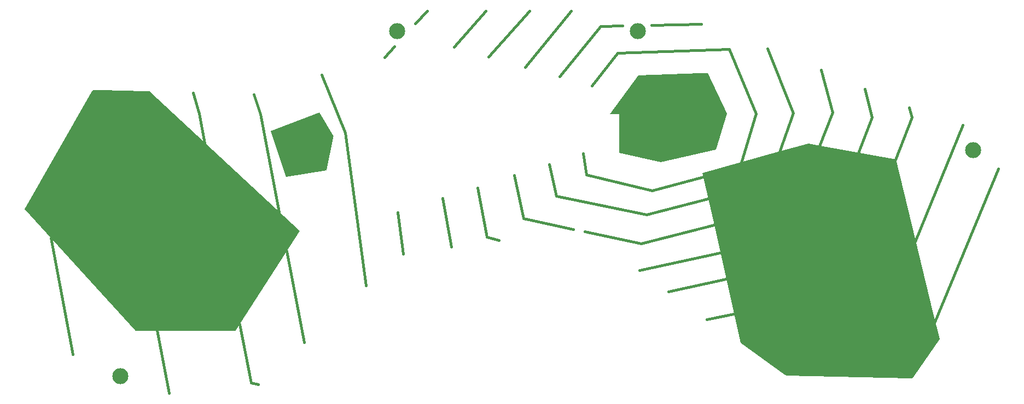
<source format=gbr>
G04 EAGLE Gerber RS-274X export*
G75*
%MOMM*%
%FSLAX34Y34*%
%LPD*%
%INSoldermask Top*%
%IPPOS*%
%AMOC8*
5,1,8,0,0,1.08239X$1,22.5*%
G01*
%ADD10C,0.400000*%
%ADD11C,2.489200*%
%ADD12C,4.241800*%

G36*
X1392013Y29408D02*
X1392013Y29408D01*
X1392015Y29407D01*
X1394722Y31126D01*
X1394722Y31128D01*
X1394723Y31128D01*
X1395896Y32961D01*
X1435090Y90181D01*
X1435090Y90183D01*
X1435091Y90183D01*
X1435090Y90184D01*
X1435091Y90185D01*
X1424595Y133247D01*
X1397977Y242625D01*
X1367181Y369168D01*
X1367178Y369170D01*
X1367177Y369172D01*
X1249923Y390147D01*
X1232298Y393299D01*
X1232297Y393299D01*
X1232296Y393299D01*
X1187988Y381037D01*
X1068226Y347893D01*
X1068223Y347889D01*
X1068222Y347887D01*
X1077090Y308154D01*
X1086195Y267355D01*
X1116934Y129626D01*
X1126995Y84547D01*
X1126997Y84546D01*
X1126997Y84544D01*
X1195124Y35323D01*
X1196658Y34454D01*
X1196792Y34320D01*
X1196794Y34320D01*
X1196795Y34318D01*
X1199394Y33876D01*
X1199395Y33876D01*
X1389436Y29642D01*
X1392012Y29406D01*
X1392013Y29408D01*
G37*
G36*
X345978Y103326D02*
X345978Y103326D01*
X345980Y103326D01*
X444821Y257831D01*
X444821Y257837D01*
X211719Y474165D01*
X211437Y474412D01*
X211435Y474412D01*
X211434Y474413D01*
X211384Y474415D01*
X211383Y474415D01*
X211187Y474420D01*
X211186Y474420D01*
X210990Y474425D01*
X210989Y474425D01*
X210793Y474430D01*
X210792Y474430D01*
X210596Y474435D01*
X210595Y474435D01*
X210399Y474440D01*
X210398Y474440D01*
X210202Y474445D01*
X210201Y474445D01*
X210005Y474450D01*
X210004Y474450D01*
X209808Y474454D01*
X209808Y474455D01*
X209807Y474455D01*
X209611Y474459D01*
X209610Y474459D01*
X209414Y474464D01*
X209413Y474464D01*
X209217Y474469D01*
X209215Y474469D01*
X209020Y474474D01*
X209018Y474474D01*
X208822Y474479D01*
X208821Y474479D01*
X208625Y474484D01*
X208624Y474484D01*
X208428Y474489D01*
X208427Y474489D01*
X208231Y474494D01*
X208230Y474494D01*
X208034Y474499D01*
X208033Y474499D01*
X207837Y474504D01*
X207836Y474504D01*
X207640Y474509D01*
X207639Y474509D01*
X207443Y474514D01*
X207442Y474514D01*
X207246Y474519D01*
X207245Y474519D01*
X207049Y474524D01*
X207048Y474524D01*
X206852Y474529D01*
X206851Y474529D01*
X206655Y474534D01*
X206654Y474534D01*
X206458Y474539D01*
X206457Y474539D01*
X206261Y474544D01*
X206259Y474544D01*
X206064Y474549D01*
X206062Y474549D01*
X205867Y474554D01*
X205866Y474554D01*
X205865Y474554D01*
X205669Y474559D01*
X205668Y474559D01*
X205472Y474564D01*
X205471Y474564D01*
X205275Y474569D01*
X205274Y474569D01*
X205078Y474574D01*
X205077Y474574D01*
X204881Y474579D01*
X204880Y474579D01*
X204684Y474584D01*
X204683Y474584D01*
X204487Y474589D01*
X204486Y474589D01*
X204290Y474594D01*
X204289Y474594D01*
X204093Y474599D01*
X204092Y474599D01*
X203896Y474604D01*
X203895Y474604D01*
X203699Y474609D01*
X203698Y474609D01*
X203502Y474613D01*
X203502Y474614D01*
X203501Y474614D01*
X203305Y474618D01*
X203304Y474618D01*
X203108Y474623D01*
X203106Y474623D01*
X202911Y474628D01*
X202909Y474628D01*
X202714Y474633D01*
X202713Y474633D01*
X202712Y474633D01*
X202516Y474638D01*
X202515Y474638D01*
X202319Y474643D01*
X202318Y474643D01*
X202122Y474648D01*
X202121Y474648D01*
X201925Y474653D01*
X201924Y474653D01*
X201728Y474658D01*
X201727Y474658D01*
X201531Y474663D01*
X201530Y474663D01*
X201334Y474668D01*
X201333Y474668D01*
X201137Y474673D01*
X201136Y474673D01*
X200940Y474678D01*
X200939Y474678D01*
X200743Y474683D01*
X200742Y474683D01*
X200546Y474688D01*
X200545Y474688D01*
X200349Y474693D01*
X200348Y474693D01*
X200152Y474698D01*
X200151Y474698D01*
X199955Y474703D01*
X199953Y474703D01*
X199758Y474708D01*
X199756Y474708D01*
X199560Y474713D01*
X199559Y474713D01*
X199363Y474718D01*
X199362Y474718D01*
X199166Y474723D01*
X199165Y474723D01*
X198969Y474728D01*
X198968Y474728D01*
X198772Y474733D01*
X198771Y474733D01*
X198575Y474738D01*
X198574Y474738D01*
X198378Y474743D01*
X198377Y474743D01*
X198181Y474748D01*
X198180Y474748D01*
X197984Y474753D01*
X197983Y474753D01*
X197787Y474758D01*
X197786Y474758D01*
X197590Y474763D01*
X197589Y474763D01*
X197393Y474768D01*
X197392Y474768D01*
X197196Y474772D01*
X197196Y474773D01*
X197195Y474773D01*
X196999Y474777D01*
X196997Y474777D01*
X196802Y474782D01*
X196800Y474782D01*
X196605Y474787D01*
X196604Y474787D01*
X196603Y474787D01*
X196407Y474792D01*
X196406Y474792D01*
X196210Y474797D01*
X196209Y474797D01*
X196013Y474802D01*
X196012Y474802D01*
X195816Y474807D01*
X195815Y474807D01*
X195619Y474812D01*
X195618Y474812D01*
X195422Y474817D01*
X195421Y474817D01*
X195225Y474822D01*
X195224Y474822D01*
X195028Y474827D01*
X195027Y474827D01*
X194831Y474832D01*
X194830Y474832D01*
X194634Y474837D01*
X194633Y474837D01*
X194437Y474842D01*
X194436Y474842D01*
X194240Y474847D01*
X194239Y474847D01*
X194043Y474852D01*
X194042Y474852D01*
X193846Y474857D01*
X193844Y474857D01*
X193649Y474862D01*
X193647Y474862D01*
X193451Y474867D01*
X193450Y474867D01*
X193254Y474872D01*
X193253Y474872D01*
X193057Y474877D01*
X193056Y474877D01*
X192860Y474882D01*
X192859Y474882D01*
X192663Y474887D01*
X192662Y474887D01*
X192466Y474892D01*
X192465Y474892D01*
X192269Y474897D01*
X192268Y474897D01*
X192072Y474902D01*
X192071Y474902D01*
X191875Y474907D01*
X191874Y474907D01*
X191678Y474912D01*
X191677Y474912D01*
X191481Y474917D01*
X191480Y474917D01*
X191284Y474922D01*
X191283Y474922D01*
X191087Y474927D01*
X191086Y474927D01*
X190890Y474931D01*
X190890Y474932D01*
X190888Y474932D01*
X190693Y474936D01*
X190691Y474936D01*
X190496Y474941D01*
X190495Y474941D01*
X190494Y474941D01*
X190298Y474946D01*
X190297Y474946D01*
X190101Y474951D01*
X190100Y474951D01*
X189904Y474956D01*
X189903Y474956D01*
X189707Y474961D01*
X189706Y474961D01*
X189510Y474966D01*
X189509Y474966D01*
X189313Y474971D01*
X189312Y474971D01*
X189116Y474976D01*
X189115Y474976D01*
X188919Y474981D01*
X188918Y474981D01*
X188722Y474986D01*
X188721Y474986D01*
X188525Y474991D01*
X188524Y474991D01*
X188328Y474996D01*
X188327Y474996D01*
X188131Y475001D01*
X188130Y475001D01*
X187934Y475006D01*
X187933Y475006D01*
X187737Y475011D01*
X187735Y475011D01*
X187540Y475016D01*
X187538Y475016D01*
X187342Y475021D01*
X187341Y475021D01*
X187145Y475026D01*
X187144Y475026D01*
X186948Y475031D01*
X186947Y475031D01*
X186751Y475036D01*
X186750Y475036D01*
X186554Y475041D01*
X186553Y475041D01*
X186357Y475046D01*
X186356Y475046D01*
X186160Y475051D01*
X186159Y475051D01*
X185963Y475056D01*
X185962Y475056D01*
X185766Y475061D01*
X185765Y475061D01*
X185569Y475066D01*
X185568Y475066D01*
X185372Y475071D01*
X185371Y475071D01*
X185175Y475076D01*
X185174Y475076D01*
X184978Y475081D01*
X184977Y475081D01*
X184781Y475086D01*
X184779Y475086D01*
X184584Y475090D01*
X184584Y475091D01*
X184582Y475091D01*
X184387Y475095D01*
X184386Y475095D01*
X184385Y475095D01*
X184189Y475100D01*
X184188Y475100D01*
X183992Y475105D01*
X183991Y475105D01*
X183795Y475110D01*
X183794Y475110D01*
X183598Y475115D01*
X183597Y475115D01*
X183401Y475120D01*
X183400Y475120D01*
X183204Y475125D01*
X183203Y475125D01*
X183007Y475130D01*
X183006Y475130D01*
X182810Y475135D01*
X182809Y475135D01*
X182613Y475140D01*
X182612Y475140D01*
X182416Y475145D01*
X182415Y475145D01*
X182219Y475150D01*
X182218Y475150D01*
X182022Y475155D01*
X182021Y475155D01*
X181825Y475160D01*
X181824Y475160D01*
X181628Y475165D01*
X181626Y475165D01*
X181431Y475170D01*
X181429Y475170D01*
X181233Y475175D01*
X181232Y475175D01*
X181036Y475180D01*
X181035Y475180D01*
X180839Y475185D01*
X180838Y475185D01*
X180642Y475190D01*
X180641Y475190D01*
X180445Y475195D01*
X180444Y475195D01*
X180248Y475200D01*
X180247Y475200D01*
X180051Y475205D01*
X180050Y475205D01*
X179854Y475210D01*
X179853Y475210D01*
X179657Y475215D01*
X179656Y475215D01*
X179460Y475220D01*
X179459Y475220D01*
X179263Y475225D01*
X179262Y475225D01*
X179066Y475230D01*
X179065Y475230D01*
X178869Y475235D01*
X178868Y475235D01*
X178672Y475240D01*
X178671Y475240D01*
X178475Y475245D01*
X178473Y475245D01*
X178278Y475249D01*
X178278Y475250D01*
X178276Y475250D01*
X178080Y475254D01*
X178079Y475254D01*
X177883Y475259D01*
X177882Y475259D01*
X177686Y475264D01*
X177685Y475264D01*
X177489Y475269D01*
X177488Y475269D01*
X177292Y475274D01*
X177291Y475274D01*
X177095Y475279D01*
X177094Y475279D01*
X176898Y475284D01*
X176897Y475284D01*
X176701Y475289D01*
X176700Y475289D01*
X176504Y475294D01*
X176503Y475294D01*
X176307Y475299D01*
X176306Y475299D01*
X176110Y475304D01*
X176109Y475304D01*
X175913Y475309D01*
X175912Y475309D01*
X175716Y475314D01*
X175715Y475314D01*
X175519Y475319D01*
X175517Y475319D01*
X175322Y475324D01*
X175320Y475324D01*
X175125Y475329D01*
X175124Y475329D01*
X175123Y475329D01*
X174927Y475334D01*
X174926Y475334D01*
X174730Y475339D01*
X174729Y475339D01*
X174533Y475344D01*
X174532Y475344D01*
X174336Y475349D01*
X174335Y475349D01*
X174139Y475354D01*
X174138Y475354D01*
X173942Y475359D01*
X173941Y475359D01*
X173745Y475364D01*
X173744Y475364D01*
X173548Y475369D01*
X173547Y475369D01*
X173351Y475374D01*
X173350Y475374D01*
X173154Y475379D01*
X173153Y475379D01*
X172957Y475384D01*
X172956Y475384D01*
X172760Y475389D01*
X172759Y475389D01*
X172563Y475394D01*
X172562Y475394D01*
X172366Y475399D01*
X172364Y475399D01*
X172169Y475404D01*
X172167Y475404D01*
X171971Y475408D01*
X171971Y475409D01*
X171970Y475409D01*
X171774Y475413D01*
X171773Y475413D01*
X171577Y475418D01*
X171576Y475418D01*
X171380Y475423D01*
X171379Y475423D01*
X171183Y475428D01*
X171182Y475428D01*
X170986Y475433D01*
X170985Y475433D01*
X170789Y475438D01*
X170788Y475438D01*
X170592Y475443D01*
X170591Y475443D01*
X170395Y475448D01*
X170394Y475448D01*
X170198Y475453D01*
X170197Y475453D01*
X170001Y475458D01*
X170000Y475458D01*
X169804Y475463D01*
X169803Y475463D01*
X169607Y475468D01*
X169606Y475468D01*
X169410Y475473D01*
X169408Y475473D01*
X169213Y475478D01*
X169211Y475478D01*
X169016Y475483D01*
X169015Y475483D01*
X169014Y475483D01*
X168818Y475488D01*
X168817Y475488D01*
X168621Y475493D01*
X168620Y475493D01*
X168424Y475498D01*
X168423Y475498D01*
X168227Y475503D01*
X168226Y475503D01*
X168030Y475508D01*
X168029Y475508D01*
X167833Y475513D01*
X167832Y475513D01*
X167636Y475518D01*
X167635Y475518D01*
X167439Y475523D01*
X167438Y475523D01*
X167242Y475528D01*
X167241Y475528D01*
X167045Y475533D01*
X167044Y475533D01*
X166848Y475538D01*
X166847Y475538D01*
X166651Y475543D01*
X166650Y475543D01*
X166454Y475548D01*
X166453Y475548D01*
X166257Y475553D01*
X166255Y475553D01*
X166060Y475558D01*
X166058Y475558D01*
X165862Y475563D01*
X165861Y475563D01*
X165665Y475567D01*
X165665Y475568D01*
X165664Y475568D01*
X165468Y475572D01*
X165467Y475572D01*
X165271Y475577D01*
X165270Y475577D01*
X165074Y475582D01*
X165073Y475582D01*
X164877Y475587D01*
X164876Y475587D01*
X164680Y475592D01*
X164679Y475592D01*
X164483Y475597D01*
X164482Y475597D01*
X164286Y475602D01*
X164285Y475602D01*
X164089Y475607D01*
X164088Y475607D01*
X163892Y475612D01*
X163891Y475612D01*
X163695Y475617D01*
X163694Y475617D01*
X163498Y475622D01*
X163497Y475622D01*
X163301Y475627D01*
X163299Y475627D01*
X163104Y475632D01*
X163102Y475632D01*
X162907Y475637D01*
X162906Y475637D01*
X162905Y475637D01*
X162709Y475642D01*
X162708Y475642D01*
X162512Y475647D01*
X162511Y475647D01*
X162315Y475652D01*
X162314Y475652D01*
X162118Y475657D01*
X162117Y475657D01*
X161921Y475662D01*
X161920Y475662D01*
X161724Y475667D01*
X161723Y475667D01*
X161527Y475672D01*
X161526Y475672D01*
X161330Y475677D01*
X161329Y475677D01*
X161133Y475682D01*
X161132Y475682D01*
X160936Y475687D01*
X160935Y475687D01*
X160739Y475692D01*
X160738Y475692D01*
X160542Y475697D01*
X160541Y475697D01*
X160345Y475702D01*
X160344Y475702D01*
X160148Y475707D01*
X160146Y475707D01*
X159951Y475712D01*
X159949Y475712D01*
X159753Y475717D01*
X159752Y475717D01*
X159556Y475722D01*
X159555Y475722D01*
X159359Y475726D01*
X159359Y475727D01*
X159358Y475727D01*
X159162Y475731D01*
X159161Y475731D01*
X158965Y475736D01*
X158964Y475736D01*
X158768Y475741D01*
X158767Y475741D01*
X158571Y475746D01*
X158570Y475746D01*
X158374Y475751D01*
X158373Y475751D01*
X158177Y475756D01*
X158176Y475756D01*
X157980Y475761D01*
X157979Y475761D01*
X157783Y475766D01*
X157782Y475766D01*
X157586Y475771D01*
X157585Y475771D01*
X157389Y475776D01*
X157388Y475776D01*
X157192Y475781D01*
X157190Y475781D01*
X156995Y475786D01*
X156993Y475786D01*
X156798Y475791D01*
X156797Y475791D01*
X156796Y475791D01*
X156600Y475796D01*
X156599Y475796D01*
X156403Y475801D01*
X156402Y475801D01*
X156206Y475806D01*
X156205Y475806D01*
X156009Y475811D01*
X156008Y475811D01*
X155812Y475816D01*
X155811Y475816D01*
X155615Y475821D01*
X155614Y475821D01*
X155418Y475826D01*
X155417Y475826D01*
X155221Y475831D01*
X155220Y475831D01*
X155024Y475836D01*
X155023Y475836D01*
X154827Y475841D01*
X154826Y475841D01*
X154630Y475846D01*
X154629Y475846D01*
X154433Y475851D01*
X154432Y475851D01*
X154236Y475856D01*
X154235Y475856D01*
X154039Y475861D01*
X154037Y475861D01*
X153842Y475866D01*
X153840Y475866D01*
X153645Y475871D01*
X153644Y475871D01*
X153643Y475871D01*
X153447Y475876D01*
X153446Y475876D01*
X153250Y475881D01*
X153249Y475881D01*
X153053Y475885D01*
X153053Y475886D01*
X153052Y475886D01*
X152856Y475890D01*
X152855Y475890D01*
X152659Y475895D01*
X152658Y475895D01*
X152462Y475900D01*
X152461Y475900D01*
X152265Y475905D01*
X152264Y475905D01*
X152068Y475910D01*
X152067Y475910D01*
X151871Y475915D01*
X151870Y475915D01*
X151674Y475920D01*
X151673Y475920D01*
X151477Y475925D01*
X151476Y475925D01*
X151280Y475930D01*
X151279Y475930D01*
X151083Y475935D01*
X151082Y475935D01*
X150886Y475940D01*
X150884Y475940D01*
X150689Y475945D01*
X150687Y475945D01*
X150491Y475950D01*
X150490Y475950D01*
X150294Y475955D01*
X150293Y475955D01*
X150097Y475960D01*
X150096Y475960D01*
X149900Y475965D01*
X149899Y475965D01*
X149703Y475970D01*
X149702Y475970D01*
X149506Y475975D01*
X149505Y475975D01*
X149309Y475980D01*
X149308Y475980D01*
X149112Y475985D01*
X149111Y475985D01*
X148915Y475990D01*
X148914Y475990D01*
X148718Y475995D01*
X148717Y475995D01*
X148521Y476000D01*
X148520Y476000D01*
X148324Y476005D01*
X148323Y476005D01*
X148127Y476010D01*
X148126Y476010D01*
X147930Y476015D01*
X147928Y476015D01*
X147733Y476020D01*
X147731Y476020D01*
X147536Y476025D01*
X147535Y476025D01*
X147534Y476025D01*
X147338Y476030D01*
X147337Y476030D01*
X147141Y476035D01*
X147140Y476035D01*
X146944Y476040D01*
X146943Y476040D01*
X146747Y476044D01*
X146747Y476045D01*
X146746Y476045D01*
X146550Y476049D01*
X146549Y476049D01*
X146353Y476054D01*
X146352Y476054D01*
X146156Y476059D01*
X146155Y476059D01*
X145959Y476064D01*
X145958Y476064D01*
X145762Y476069D01*
X145761Y476069D01*
X145565Y476074D01*
X145564Y476074D01*
X145368Y476079D01*
X145367Y476079D01*
X145171Y476084D01*
X145170Y476084D01*
X144974Y476089D01*
X144973Y476089D01*
X144777Y476094D01*
X144775Y476094D01*
X144580Y476099D01*
X144578Y476099D01*
X144382Y476104D01*
X144381Y476104D01*
X144185Y476109D01*
X144184Y476109D01*
X143988Y476114D01*
X143987Y476114D01*
X143791Y476119D01*
X143790Y476119D01*
X143594Y476124D01*
X143593Y476124D01*
X143397Y476129D01*
X143396Y476129D01*
X143200Y476134D01*
X143199Y476134D01*
X143003Y476139D01*
X143002Y476139D01*
X142806Y476144D01*
X142805Y476144D01*
X142609Y476149D01*
X142608Y476149D01*
X142412Y476154D01*
X142411Y476154D01*
X142215Y476159D01*
X142214Y476159D01*
X142018Y476164D01*
X142017Y476164D01*
X141821Y476169D01*
X141819Y476169D01*
X141624Y476174D01*
X141622Y476174D01*
X141427Y476179D01*
X141426Y476179D01*
X141425Y476179D01*
X141229Y476184D01*
X141228Y476184D01*
X141032Y476189D01*
X141031Y476189D01*
X140835Y476194D01*
X140834Y476194D01*
X140638Y476199D01*
X140637Y476199D01*
X140441Y476203D01*
X140441Y476204D01*
X140440Y476204D01*
X140244Y476208D01*
X140243Y476208D01*
X140047Y476213D01*
X140046Y476213D01*
X139850Y476218D01*
X139849Y476218D01*
X139653Y476223D01*
X139652Y476223D01*
X139456Y476228D01*
X139455Y476228D01*
X139259Y476233D01*
X139258Y476233D01*
X139062Y476238D01*
X139061Y476238D01*
X138865Y476243D01*
X138864Y476243D01*
X138668Y476248D01*
X138666Y476248D01*
X138471Y476253D01*
X138469Y476253D01*
X138273Y476258D01*
X138272Y476258D01*
X138076Y476263D01*
X138075Y476263D01*
X137879Y476268D01*
X137878Y476268D01*
X137682Y476273D01*
X137681Y476273D01*
X137485Y476278D01*
X137484Y476278D01*
X137288Y476283D01*
X137287Y476283D01*
X137091Y476288D01*
X137090Y476288D01*
X136894Y476293D01*
X136893Y476293D01*
X136697Y476298D01*
X136696Y476298D01*
X136500Y476303D01*
X136499Y476303D01*
X136303Y476308D01*
X136302Y476308D01*
X136106Y476313D01*
X136105Y476313D01*
X135909Y476318D01*
X135908Y476318D01*
X135712Y476323D01*
X135710Y476323D01*
X135515Y476328D01*
X135513Y476328D01*
X135318Y476333D01*
X135317Y476333D01*
X135316Y476333D01*
X135120Y476338D01*
X135119Y476338D01*
X134923Y476343D01*
X134922Y476343D01*
X134726Y476348D01*
X134725Y476348D01*
X134529Y476353D01*
X134528Y476353D01*
X134332Y476358D01*
X134331Y476358D01*
X134135Y476362D01*
X134135Y476363D01*
X134134Y476363D01*
X133938Y476367D01*
X133937Y476367D01*
X133741Y476372D01*
X133740Y476372D01*
X133544Y476377D01*
X133543Y476377D01*
X133347Y476382D01*
X133346Y476382D01*
X133150Y476387D01*
X133149Y476387D01*
X132953Y476392D01*
X132952Y476392D01*
X132756Y476397D01*
X132755Y476397D01*
X132559Y476402D01*
X132557Y476402D01*
X132362Y476407D01*
X132360Y476407D01*
X132164Y476412D01*
X132163Y476412D01*
X131967Y476417D01*
X131966Y476417D01*
X131770Y476422D01*
X131769Y476422D01*
X131573Y476427D01*
X131572Y476427D01*
X131376Y476432D01*
X131375Y476432D01*
X131179Y476437D01*
X131178Y476437D01*
X130982Y476442D01*
X130981Y476442D01*
X130785Y476447D01*
X130784Y476447D01*
X130588Y476452D01*
X130587Y476452D01*
X130391Y476457D01*
X130390Y476457D01*
X130194Y476462D01*
X130193Y476462D01*
X129997Y476467D01*
X129996Y476467D01*
X129800Y476472D01*
X129799Y476472D01*
X129603Y476477D01*
X129602Y476477D01*
X129406Y476482D01*
X129404Y476482D01*
X129209Y476487D01*
X129207Y476487D01*
X129011Y476492D01*
X129010Y476492D01*
X128884Y476495D01*
X128883Y476495D01*
X125479Y476100D01*
X125478Y476099D01*
X125477Y476099D01*
X124063Y475454D01*
X124062Y475452D01*
X124061Y475452D01*
X122071Y472683D01*
X122071Y472682D01*
X18460Y291390D01*
X18461Y291386D01*
X18461Y291384D01*
X190137Y103325D01*
X190140Y103325D01*
X190141Y103324D01*
X345976Y103324D01*
X345978Y103326D01*
G37*
G36*
X1003159Y364290D02*
X1003159Y364290D01*
X1003160Y364289D01*
X1088994Y384080D01*
X1088996Y384083D01*
X1088998Y384084D01*
X1105598Y439466D01*
X1105597Y439468D01*
X1105598Y439470D01*
X1076126Y502936D01*
X1076123Y502938D01*
X1076121Y502939D01*
X1076059Y502937D01*
X1076058Y502937D01*
X1075918Y502932D01*
X1075778Y502927D01*
X1075777Y502927D01*
X1075638Y502922D01*
X1075637Y502922D01*
X1075498Y502917D01*
X1075497Y502917D01*
X1075357Y502912D01*
X1075217Y502907D01*
X1075216Y502907D01*
X1075077Y502902D01*
X1075076Y502902D01*
X1074936Y502897D01*
X1074796Y502892D01*
X1074795Y502892D01*
X1074656Y502887D01*
X1074655Y502887D01*
X1074516Y502882D01*
X1074515Y502882D01*
X1074375Y502877D01*
X1074235Y502872D01*
X1074234Y502872D01*
X1074095Y502867D01*
X1074094Y502867D01*
X1073955Y502862D01*
X1073954Y502862D01*
X1073814Y502857D01*
X1073674Y502852D01*
X1073673Y502852D01*
X1073534Y502847D01*
X1073533Y502847D01*
X1073394Y502842D01*
X1073393Y502842D01*
X1073253Y502837D01*
X1073113Y502833D01*
X1073112Y502833D01*
X1073112Y502832D01*
X1072973Y502828D01*
X1072972Y502828D01*
X1072832Y502823D01*
X1072692Y502818D01*
X1072691Y502818D01*
X1072552Y502813D01*
X1072551Y502813D01*
X1072412Y502808D01*
X1072411Y502808D01*
X1072271Y502803D01*
X1072131Y502798D01*
X1072130Y502798D01*
X1071991Y502793D01*
X1071990Y502793D01*
X1071851Y502788D01*
X1071850Y502788D01*
X1071710Y502783D01*
X1071570Y502778D01*
X1071569Y502778D01*
X1071430Y502773D01*
X1071429Y502773D01*
X1071290Y502768D01*
X1071289Y502768D01*
X1071149Y502763D01*
X1071009Y502758D01*
X1071008Y502758D01*
X1070869Y502753D01*
X1070868Y502753D01*
X1070729Y502748D01*
X1070728Y502748D01*
X1070588Y502743D01*
X1070448Y502738D01*
X1070447Y502738D01*
X1070308Y502733D01*
X1070307Y502733D01*
X1070167Y502728D01*
X1070027Y502723D01*
X1070026Y502723D01*
X1069887Y502718D01*
X1069886Y502718D01*
X1069747Y502713D01*
X1069746Y502713D01*
X1069606Y502708D01*
X1069466Y502703D01*
X1069465Y502703D01*
X1069326Y502698D01*
X1069325Y502698D01*
X1069186Y502693D01*
X1069185Y502693D01*
X1069045Y502688D01*
X1068905Y502683D01*
X1068904Y502683D01*
X1068765Y502678D01*
X1068764Y502678D01*
X1068625Y502674D01*
X1068624Y502674D01*
X1068624Y502673D01*
X1068484Y502669D01*
X1068344Y502664D01*
X1068343Y502664D01*
X1068204Y502659D01*
X1068203Y502659D01*
X1068064Y502654D01*
X1068063Y502654D01*
X1067923Y502649D01*
X1067783Y502644D01*
X1067782Y502644D01*
X1067643Y502639D01*
X1067642Y502639D01*
X1067502Y502634D01*
X1067362Y502629D01*
X1067361Y502629D01*
X1067222Y502624D01*
X1067221Y502624D01*
X1067082Y502619D01*
X1067081Y502619D01*
X1066941Y502614D01*
X1066801Y502609D01*
X1066800Y502609D01*
X1066661Y502604D01*
X1066660Y502604D01*
X1066521Y502599D01*
X1066520Y502599D01*
X1066380Y502594D01*
X1066240Y502589D01*
X1066239Y502589D01*
X1066100Y502584D01*
X1066099Y502584D01*
X1065960Y502579D01*
X1065959Y502579D01*
X1065819Y502574D01*
X1065679Y502569D01*
X1065678Y502569D01*
X1065539Y502564D01*
X1065538Y502564D01*
X1065399Y502559D01*
X1065398Y502559D01*
X1065258Y502554D01*
X1065257Y502554D01*
X1065118Y502549D01*
X1065117Y502549D01*
X1064978Y502544D01*
X1064977Y502544D01*
X1064837Y502539D01*
X1064697Y502534D01*
X1064696Y502534D01*
X1064557Y502529D01*
X1064556Y502529D01*
X1064417Y502524D01*
X1064416Y502524D01*
X1064276Y502519D01*
X1064136Y502515D01*
X1064135Y502515D01*
X1064135Y502514D01*
X1063996Y502510D01*
X1063995Y502510D01*
X1063856Y502505D01*
X1063855Y502505D01*
X1063715Y502500D01*
X1063575Y502495D01*
X1063574Y502495D01*
X1063435Y502490D01*
X1063434Y502490D01*
X1063295Y502485D01*
X1063294Y502485D01*
X1063154Y502480D01*
X1063014Y502475D01*
X1063013Y502475D01*
X1062874Y502470D01*
X1062873Y502470D01*
X1062733Y502465D01*
X1062593Y502460D01*
X1062592Y502460D01*
X1062453Y502455D01*
X1062452Y502455D01*
X1062313Y502450D01*
X1062312Y502450D01*
X1062172Y502445D01*
X1062032Y502440D01*
X1062031Y502440D01*
X1061892Y502435D01*
X1061891Y502435D01*
X1061752Y502430D01*
X1061751Y502430D01*
X1061611Y502425D01*
X1061471Y502420D01*
X1061470Y502420D01*
X1061331Y502415D01*
X1061330Y502415D01*
X1061191Y502410D01*
X1061190Y502410D01*
X1061050Y502405D01*
X1060910Y502400D01*
X1060909Y502400D01*
X1060770Y502395D01*
X1060769Y502395D01*
X1060630Y502390D01*
X1060629Y502390D01*
X1060489Y502385D01*
X1060349Y502380D01*
X1060348Y502380D01*
X1060209Y502375D01*
X1060208Y502375D01*
X1060068Y502370D01*
X1059928Y502365D01*
X1059927Y502365D01*
X1059788Y502360D01*
X1059787Y502360D01*
X1059648Y502356D01*
X1059647Y502356D01*
X1059647Y502355D01*
X1059507Y502351D01*
X1059367Y502346D01*
X1059366Y502346D01*
X1059227Y502341D01*
X1059226Y502341D01*
X1059087Y502336D01*
X1059086Y502336D01*
X1058946Y502331D01*
X1058806Y502326D01*
X1058805Y502326D01*
X1058666Y502321D01*
X1058665Y502321D01*
X1058526Y502316D01*
X1058525Y502316D01*
X1058385Y502311D01*
X1058245Y502306D01*
X1058244Y502306D01*
X1058105Y502301D01*
X1058104Y502301D01*
X1057965Y502296D01*
X1057964Y502296D01*
X1057824Y502291D01*
X1057823Y502291D01*
X1057684Y502286D01*
X1057683Y502286D01*
X1057544Y502281D01*
X1057543Y502281D01*
X1057403Y502276D01*
X1057263Y502271D01*
X1057262Y502271D01*
X1057123Y502266D01*
X1057122Y502266D01*
X1056983Y502261D01*
X1056982Y502261D01*
X1056842Y502256D01*
X1056702Y502251D01*
X1056701Y502251D01*
X1056562Y502246D01*
X1056561Y502246D01*
X1056422Y502241D01*
X1056421Y502241D01*
X1056281Y502236D01*
X1056141Y502231D01*
X1056140Y502231D01*
X1056001Y502226D01*
X1056000Y502226D01*
X1055861Y502221D01*
X1055860Y502221D01*
X1055720Y502216D01*
X1055580Y502211D01*
X1055579Y502211D01*
X1055440Y502206D01*
X1055439Y502206D01*
X1055299Y502201D01*
X1055159Y502197D01*
X1055158Y502196D01*
X1055019Y502192D01*
X1055018Y502192D01*
X1054879Y502187D01*
X1054878Y502187D01*
X1054738Y502182D01*
X1054598Y502177D01*
X1054597Y502177D01*
X1054458Y502172D01*
X1054457Y502172D01*
X1054318Y502167D01*
X1054317Y502167D01*
X1054177Y502162D01*
X1054037Y502157D01*
X1054036Y502157D01*
X1053897Y502152D01*
X1053896Y502152D01*
X1053757Y502147D01*
X1053756Y502147D01*
X1053616Y502142D01*
X1053476Y502137D01*
X1053475Y502137D01*
X1053336Y502132D01*
X1053335Y502132D01*
X1053196Y502127D01*
X1053195Y502127D01*
X1053055Y502122D01*
X1052915Y502117D01*
X1052914Y502117D01*
X1052775Y502112D01*
X1052774Y502112D01*
X1052634Y502107D01*
X1052494Y502102D01*
X1052493Y502102D01*
X1052354Y502097D01*
X1052353Y502097D01*
X1052214Y502092D01*
X1052213Y502092D01*
X1052073Y502087D01*
X1051933Y502082D01*
X1051932Y502082D01*
X1051793Y502077D01*
X1051792Y502077D01*
X1051653Y502072D01*
X1051652Y502072D01*
X1051512Y502067D01*
X1051372Y502062D01*
X1051371Y502062D01*
X1051232Y502057D01*
X1051231Y502057D01*
X1051092Y502052D01*
X1051091Y502052D01*
X1050951Y502047D01*
X1050811Y502042D01*
X1050810Y502042D01*
X1050671Y502038D01*
X1050670Y502038D01*
X1050670Y502037D01*
X1050531Y502033D01*
X1050530Y502033D01*
X1050390Y502028D01*
X1050250Y502023D01*
X1050249Y502023D01*
X1050110Y502018D01*
X1050109Y502018D01*
X1049969Y502013D01*
X1049829Y502008D01*
X1049828Y502008D01*
X1049689Y502003D01*
X1049688Y502003D01*
X1049549Y501998D01*
X1049548Y501998D01*
X1049408Y501993D01*
X1049268Y501988D01*
X1049267Y501988D01*
X1049128Y501983D01*
X1049127Y501983D01*
X1048988Y501978D01*
X1048987Y501978D01*
X1048847Y501973D01*
X1048707Y501968D01*
X1048706Y501968D01*
X1048567Y501963D01*
X1048566Y501963D01*
X1048427Y501958D01*
X1048426Y501958D01*
X1048286Y501953D01*
X1048146Y501948D01*
X1048145Y501948D01*
X1048006Y501943D01*
X1048005Y501943D01*
X1047865Y501938D01*
X1047725Y501933D01*
X1047724Y501933D01*
X1047585Y501928D01*
X1047584Y501928D01*
X1047445Y501923D01*
X1047444Y501923D01*
X1047304Y501918D01*
X1047164Y501913D01*
X1047163Y501913D01*
X1047024Y501908D01*
X1047023Y501908D01*
X1046884Y501903D01*
X1046883Y501903D01*
X1046743Y501898D01*
X1046603Y501893D01*
X1046602Y501893D01*
X1046463Y501888D01*
X1046462Y501888D01*
X1046323Y501883D01*
X1046322Y501883D01*
X1046182Y501879D01*
X1046182Y501878D01*
X1046042Y501874D01*
X1046041Y501874D01*
X1045902Y501869D01*
X1045901Y501869D01*
X1045762Y501864D01*
X1045761Y501864D01*
X1045621Y501859D01*
X1045481Y501854D01*
X1045480Y501854D01*
X1045341Y501849D01*
X1045340Y501849D01*
X1045200Y501844D01*
X1045060Y501839D01*
X1045059Y501839D01*
X1044920Y501834D01*
X1044919Y501834D01*
X1044780Y501829D01*
X1044779Y501829D01*
X1044639Y501824D01*
X1044499Y501819D01*
X1044498Y501819D01*
X1044359Y501814D01*
X1044358Y501814D01*
X1044219Y501809D01*
X1044218Y501809D01*
X1044078Y501804D01*
X1043938Y501799D01*
X1043937Y501799D01*
X1043798Y501794D01*
X1043797Y501794D01*
X1043658Y501789D01*
X1043657Y501789D01*
X1043517Y501784D01*
X1043377Y501779D01*
X1043376Y501779D01*
X1043237Y501774D01*
X1043236Y501774D01*
X1043097Y501769D01*
X1043096Y501769D01*
X1042956Y501764D01*
X1042816Y501759D01*
X1042815Y501759D01*
X1042676Y501754D01*
X1042675Y501754D01*
X1042535Y501749D01*
X1042395Y501744D01*
X1042394Y501744D01*
X1042255Y501739D01*
X1042254Y501739D01*
X1042115Y501734D01*
X1042114Y501734D01*
X1041974Y501729D01*
X1041834Y501724D01*
X1041833Y501724D01*
X1041694Y501720D01*
X1041693Y501720D01*
X1041693Y501719D01*
X1041554Y501715D01*
X1041553Y501715D01*
X1041413Y501710D01*
X1041273Y501705D01*
X1041272Y501705D01*
X1041133Y501700D01*
X1041132Y501700D01*
X1040993Y501695D01*
X1040992Y501695D01*
X1040852Y501690D01*
X1040712Y501685D01*
X1040711Y501685D01*
X1040572Y501680D01*
X1040571Y501680D01*
X1040431Y501675D01*
X1040291Y501670D01*
X1040290Y501670D01*
X1040151Y501665D01*
X1040150Y501665D01*
X1040011Y501660D01*
X1040010Y501660D01*
X1039870Y501655D01*
X1039730Y501650D01*
X1039729Y501650D01*
X1039590Y501645D01*
X1039589Y501645D01*
X1039450Y501640D01*
X1039449Y501640D01*
X1039309Y501635D01*
X1039169Y501630D01*
X1039168Y501630D01*
X1039029Y501625D01*
X1039028Y501625D01*
X1038889Y501620D01*
X1038888Y501620D01*
X1038748Y501615D01*
X1038608Y501610D01*
X1038607Y501610D01*
X1038468Y501605D01*
X1038467Y501605D01*
X1038328Y501600D01*
X1038327Y501600D01*
X1038187Y501595D01*
X1038047Y501590D01*
X1038046Y501590D01*
X1037907Y501585D01*
X1037906Y501585D01*
X1037766Y501580D01*
X1037626Y501575D01*
X1037625Y501575D01*
X1037486Y501570D01*
X1037485Y501570D01*
X1037346Y501565D01*
X1037345Y501565D01*
X1037205Y501561D01*
X1037205Y501560D01*
X1037065Y501556D01*
X1037064Y501556D01*
X1036925Y501551D01*
X1036924Y501551D01*
X1036785Y501546D01*
X1036784Y501546D01*
X1036644Y501541D01*
X1036504Y501536D01*
X1036503Y501536D01*
X1036364Y501531D01*
X1036363Y501531D01*
X1036224Y501526D01*
X1036223Y501526D01*
X1036083Y501521D01*
X1035943Y501516D01*
X1035942Y501516D01*
X1035803Y501511D01*
X1035802Y501511D01*
X1035663Y501506D01*
X1035662Y501506D01*
X1035522Y501501D01*
X1035382Y501496D01*
X1035381Y501496D01*
X1035242Y501491D01*
X1035241Y501491D01*
X1035101Y501486D01*
X1034961Y501481D01*
X1034960Y501481D01*
X1034821Y501476D01*
X1034820Y501476D01*
X1034681Y501471D01*
X1034680Y501471D01*
X1034540Y501466D01*
X1034400Y501461D01*
X1034399Y501461D01*
X1034260Y501456D01*
X1034259Y501456D01*
X1034120Y501451D01*
X1034119Y501451D01*
X1033979Y501446D01*
X1033839Y501441D01*
X1033838Y501441D01*
X1033699Y501436D01*
X1033698Y501436D01*
X1033559Y501431D01*
X1033558Y501431D01*
X1033418Y501426D01*
X1033278Y501421D01*
X1033277Y501421D01*
X1033138Y501416D01*
X1033137Y501416D01*
X1032998Y501411D01*
X1032997Y501411D01*
X1032857Y501406D01*
X1032856Y501406D01*
X1032717Y501402D01*
X1032716Y501402D01*
X1032716Y501401D01*
X1032577Y501397D01*
X1032576Y501397D01*
X1032436Y501392D01*
X1032296Y501387D01*
X1032295Y501387D01*
X1032156Y501382D01*
X1032155Y501382D01*
X1032016Y501377D01*
X1032015Y501377D01*
X1031875Y501372D01*
X1031735Y501367D01*
X1031734Y501367D01*
X1031595Y501362D01*
X1031594Y501362D01*
X1031455Y501357D01*
X1031454Y501357D01*
X1031314Y501352D01*
X1031174Y501347D01*
X1031173Y501347D01*
X1031034Y501342D01*
X1031033Y501342D01*
X1030894Y501337D01*
X1030893Y501337D01*
X1030753Y501332D01*
X1030613Y501327D01*
X1030612Y501327D01*
X1030473Y501322D01*
X1030472Y501322D01*
X1030332Y501317D01*
X1030192Y501312D01*
X1030191Y501312D01*
X1030052Y501307D01*
X1030051Y501307D01*
X1029912Y501302D01*
X1029911Y501302D01*
X1029771Y501297D01*
X1029631Y501292D01*
X1029630Y501292D01*
X1029491Y501287D01*
X1029490Y501287D01*
X1029351Y501282D01*
X1029350Y501282D01*
X1029210Y501277D01*
X1029070Y501272D01*
X1029069Y501272D01*
X1028930Y501267D01*
X1028929Y501267D01*
X1028790Y501262D01*
X1028789Y501262D01*
X1028649Y501257D01*
X1028509Y501252D01*
X1028508Y501252D01*
X1028369Y501247D01*
X1028368Y501247D01*
X1028229Y501243D01*
X1028228Y501243D01*
X1028228Y501242D01*
X1028088Y501238D01*
X1027948Y501233D01*
X1027947Y501233D01*
X1027808Y501228D01*
X1027807Y501228D01*
X1027667Y501223D01*
X1027527Y501218D01*
X1027526Y501218D01*
X1027387Y501213D01*
X1027386Y501213D01*
X1027247Y501208D01*
X1027246Y501208D01*
X1027106Y501203D01*
X1026966Y501198D01*
X1026965Y501198D01*
X1026826Y501193D01*
X1026825Y501193D01*
X1026686Y501188D01*
X1026685Y501188D01*
X1026545Y501183D01*
X1026405Y501178D01*
X1026404Y501178D01*
X1026265Y501173D01*
X1026264Y501173D01*
X1026125Y501168D01*
X1026124Y501168D01*
X1025984Y501163D01*
X1025844Y501158D01*
X1025843Y501158D01*
X1025704Y501153D01*
X1025703Y501153D01*
X1025564Y501148D01*
X1025563Y501148D01*
X1025423Y501143D01*
X1025283Y501138D01*
X1025282Y501138D01*
X1025143Y501133D01*
X1025142Y501133D01*
X1025002Y501128D01*
X1024862Y501123D01*
X1024861Y501123D01*
X1024722Y501118D01*
X1024721Y501118D01*
X1024582Y501113D01*
X1024581Y501113D01*
X1024441Y501108D01*
X1024301Y501103D01*
X1024300Y501103D01*
X1024161Y501098D01*
X1024160Y501098D01*
X1024021Y501093D01*
X1024020Y501093D01*
X1023880Y501088D01*
X1023740Y501084D01*
X1023739Y501084D01*
X1023739Y501083D01*
X1023600Y501079D01*
X1023599Y501079D01*
X1023460Y501074D01*
X1023459Y501074D01*
X1023319Y501069D01*
X1023179Y501064D01*
X1023178Y501064D01*
X1023039Y501059D01*
X1023038Y501059D01*
X1022898Y501054D01*
X1022758Y501049D01*
X1022757Y501049D01*
X1022618Y501044D01*
X1022617Y501044D01*
X1022478Y501039D01*
X1022477Y501039D01*
X1022337Y501034D01*
X1022197Y501029D01*
X1022196Y501029D01*
X1022057Y501024D01*
X1022056Y501024D01*
X1021917Y501019D01*
X1021916Y501019D01*
X1021776Y501014D01*
X1021636Y501009D01*
X1021635Y501009D01*
X1021496Y501004D01*
X1021495Y501004D01*
X1021356Y500999D01*
X1021355Y500999D01*
X1021215Y500994D01*
X1021075Y500989D01*
X1021074Y500989D01*
X1020935Y500984D01*
X1020934Y500984D01*
X1020795Y500979D01*
X1020794Y500979D01*
X1020654Y500974D01*
X1020514Y500969D01*
X1020513Y500969D01*
X1020374Y500964D01*
X1020373Y500964D01*
X1020233Y500959D01*
X1020093Y500954D01*
X1020092Y500954D01*
X1019953Y500949D01*
X1019952Y500949D01*
X1019813Y500944D01*
X1019812Y500944D01*
X1019672Y500939D01*
X1019532Y500934D01*
X1019531Y500934D01*
X1019392Y500929D01*
X1019391Y500929D01*
X1019252Y500925D01*
X1019251Y500925D01*
X1019251Y500924D01*
X1019111Y500920D01*
X1018971Y500915D01*
X1018970Y500915D01*
X1018831Y500910D01*
X1018830Y500910D01*
X1018691Y500905D01*
X1018690Y500905D01*
X1018550Y500900D01*
X1018410Y500895D01*
X1018409Y500895D01*
X1018270Y500890D01*
X1018269Y500890D01*
X1018130Y500885D01*
X1018129Y500885D01*
X1017989Y500880D01*
X1017849Y500875D01*
X1017848Y500875D01*
X1017709Y500870D01*
X1017708Y500870D01*
X1017568Y500865D01*
X1017428Y500860D01*
X1017427Y500860D01*
X1017288Y500855D01*
X1017287Y500855D01*
X1017148Y500850D01*
X1017147Y500850D01*
X1017007Y500845D01*
X1016867Y500840D01*
X1016866Y500840D01*
X1016727Y500835D01*
X1016726Y500835D01*
X1016587Y500830D01*
X1016586Y500830D01*
X1016446Y500825D01*
X1016306Y500820D01*
X1016305Y500820D01*
X1016166Y500815D01*
X1016165Y500815D01*
X1016026Y500810D01*
X1016025Y500810D01*
X1015885Y500805D01*
X1015745Y500800D01*
X1015744Y500800D01*
X1015605Y500795D01*
X1015604Y500795D01*
X1015464Y500790D01*
X1015324Y500785D01*
X1015323Y500785D01*
X1015184Y500780D01*
X1015183Y500780D01*
X1015044Y500775D01*
X1015043Y500775D01*
X1014903Y500770D01*
X1014763Y500766D01*
X1014762Y500766D01*
X1014762Y500765D01*
X1014623Y500761D01*
X1014622Y500761D01*
X1014483Y500756D01*
X1014482Y500756D01*
X1014342Y500751D01*
X1014202Y500746D01*
X1014201Y500746D01*
X1014062Y500741D01*
X1014061Y500741D01*
X1013922Y500736D01*
X1013921Y500736D01*
X1013781Y500731D01*
X1013641Y500726D01*
X1013640Y500726D01*
X1013501Y500721D01*
X1013500Y500721D01*
X1013361Y500716D01*
X1013360Y500716D01*
X1013220Y500711D01*
X1013080Y500706D01*
X1013079Y500706D01*
X1012940Y500701D01*
X1012939Y500701D01*
X1012799Y500696D01*
X1012659Y500691D01*
X1012658Y500691D01*
X1012519Y500686D01*
X1012518Y500686D01*
X1012379Y500681D01*
X1012378Y500681D01*
X1012238Y500676D01*
X1012098Y500671D01*
X1012097Y500671D01*
X1011958Y500666D01*
X1011957Y500666D01*
X1011818Y500661D01*
X1011817Y500661D01*
X1011677Y500656D01*
X1011537Y500651D01*
X1011536Y500651D01*
X1011397Y500646D01*
X1011396Y500646D01*
X1011257Y500641D01*
X1011256Y500641D01*
X1011116Y500636D01*
X1010976Y500631D01*
X1010975Y500631D01*
X1010836Y500626D01*
X1010835Y500626D01*
X1010696Y500621D01*
X1010695Y500621D01*
X1010555Y500616D01*
X1010415Y500611D01*
X1010414Y500611D01*
X1010275Y500607D01*
X1010274Y500607D01*
X1010274Y500606D01*
X1010134Y500602D01*
X1009994Y500597D01*
X1009993Y500597D01*
X1009854Y500592D01*
X1009853Y500592D01*
X1009714Y500587D01*
X1009713Y500587D01*
X1009573Y500582D01*
X1009433Y500577D01*
X1009432Y500577D01*
X1009293Y500572D01*
X1009292Y500572D01*
X1009153Y500567D01*
X1009152Y500567D01*
X1009012Y500562D01*
X1008872Y500557D01*
X1008871Y500557D01*
X1008732Y500552D01*
X1008731Y500552D01*
X1008592Y500547D01*
X1008591Y500547D01*
X1008451Y500542D01*
X1008311Y500537D01*
X1008310Y500537D01*
X1008171Y500532D01*
X1008170Y500532D01*
X1008030Y500527D01*
X1007890Y500522D01*
X1007889Y500522D01*
X1007750Y500517D01*
X1007749Y500517D01*
X1007610Y500512D01*
X1007609Y500512D01*
X1007469Y500507D01*
X1007329Y500502D01*
X1007328Y500502D01*
X1007189Y500497D01*
X1007188Y500497D01*
X1007049Y500492D01*
X1007048Y500492D01*
X1006908Y500487D01*
X1006768Y500482D01*
X1006767Y500482D01*
X1006628Y500477D01*
X1006627Y500477D01*
X1006488Y500472D01*
X1006487Y500472D01*
X1006347Y500467D01*
X1006207Y500462D01*
X1006206Y500462D01*
X1006067Y500457D01*
X1006066Y500457D01*
X1005927Y500452D01*
X1005926Y500452D01*
X1005786Y500448D01*
X1005786Y500447D01*
X1005646Y500443D01*
X1005645Y500443D01*
X1005506Y500438D01*
X1005505Y500438D01*
X1005365Y500433D01*
X1005225Y500428D01*
X1005224Y500428D01*
X1005085Y500423D01*
X1005084Y500423D01*
X1004945Y500418D01*
X1004944Y500418D01*
X1004804Y500413D01*
X1004664Y500408D01*
X1004663Y500408D01*
X1004524Y500403D01*
X1004523Y500403D01*
X1004384Y500398D01*
X1004383Y500398D01*
X1004243Y500393D01*
X1004103Y500388D01*
X1004102Y500388D01*
X1003963Y500383D01*
X1003962Y500383D01*
X1003823Y500378D01*
X1003822Y500378D01*
X1003682Y500373D01*
X1003542Y500368D01*
X1003541Y500368D01*
X1003402Y500363D01*
X1003401Y500363D01*
X1003262Y500358D01*
X1003261Y500358D01*
X1003121Y500353D01*
X1002981Y500348D01*
X1002980Y500348D01*
X1002841Y500343D01*
X1002840Y500343D01*
X1002700Y500338D01*
X1002560Y500333D01*
X1002559Y500333D01*
X1002420Y500328D01*
X1002419Y500328D01*
X1002280Y500323D01*
X1002279Y500323D01*
X1002139Y500318D01*
X1001999Y500313D01*
X1001998Y500313D01*
X1001859Y500308D01*
X1001858Y500308D01*
X1001719Y500303D01*
X1001718Y500303D01*
X1001578Y500298D01*
X1001438Y500293D01*
X1001437Y500293D01*
X1001298Y500289D01*
X1001297Y500289D01*
X1001297Y500288D01*
X1001158Y500284D01*
X1001157Y500284D01*
X1001017Y500279D01*
X1000877Y500274D01*
X1000876Y500274D01*
X1000737Y500269D01*
X1000736Y500269D01*
X1000597Y500264D01*
X1000596Y500264D01*
X1000456Y500259D01*
X1000455Y500259D01*
X1000316Y500254D01*
X1000315Y500254D01*
X1000176Y500249D01*
X1000175Y500249D01*
X1000035Y500244D01*
X999895Y500239D01*
X999894Y500239D01*
X999755Y500234D01*
X999754Y500234D01*
X999615Y500229D01*
X999614Y500229D01*
X999474Y500224D01*
X999334Y500219D01*
X999333Y500219D01*
X999194Y500214D01*
X999193Y500214D01*
X999054Y500209D01*
X999053Y500209D01*
X998913Y500204D01*
X998773Y500199D01*
X998772Y500199D01*
X998633Y500194D01*
X998632Y500194D01*
X998493Y500189D01*
X998492Y500189D01*
X998352Y500184D01*
X998212Y500179D01*
X998211Y500179D01*
X998072Y500174D01*
X998071Y500174D01*
X997931Y500169D01*
X997791Y500164D01*
X997790Y500164D01*
X997651Y500159D01*
X997650Y500159D01*
X997511Y500154D01*
X997510Y500154D01*
X997370Y500149D01*
X997230Y500144D01*
X997229Y500144D01*
X997090Y500139D01*
X997089Y500139D01*
X996950Y500134D01*
X996949Y500134D01*
X996809Y500130D01*
X996809Y500129D01*
X996669Y500125D01*
X996668Y500125D01*
X996529Y500120D01*
X996528Y500120D01*
X996389Y500115D01*
X996388Y500115D01*
X996248Y500110D01*
X996108Y500105D01*
X996107Y500105D01*
X995968Y500100D01*
X995967Y500100D01*
X995828Y500095D01*
X995827Y500095D01*
X995687Y500090D01*
X995547Y500085D01*
X995546Y500085D01*
X995407Y500080D01*
X995406Y500080D01*
X995266Y500075D01*
X995126Y500070D01*
X995125Y500070D01*
X994986Y500065D01*
X994985Y500065D01*
X994846Y500060D01*
X994845Y500060D01*
X994705Y500055D01*
X994565Y500050D01*
X994564Y500050D01*
X994425Y500045D01*
X994424Y500045D01*
X994285Y500040D01*
X994284Y500040D01*
X994144Y500035D01*
X994004Y500030D01*
X994003Y500030D01*
X993864Y500025D01*
X993863Y500025D01*
X993724Y500020D01*
X993723Y500020D01*
X993583Y500015D01*
X993443Y500010D01*
X993442Y500010D01*
X993303Y500005D01*
X993302Y500005D01*
X993163Y500000D01*
X993162Y500000D01*
X993022Y499995D01*
X992882Y499990D01*
X992881Y499990D01*
X992742Y499985D01*
X992741Y499985D01*
X992601Y499980D01*
X992461Y499975D01*
X992460Y499975D01*
X992321Y499971D01*
X992320Y499971D01*
X992320Y499970D01*
X992181Y499966D01*
X992180Y499966D01*
X992040Y499961D01*
X991900Y499956D01*
X991899Y499956D01*
X991760Y499951D01*
X991759Y499951D01*
X991620Y499946D01*
X991619Y499946D01*
X991479Y499941D01*
X991339Y499936D01*
X991338Y499936D01*
X991199Y499931D01*
X991198Y499931D01*
X991059Y499926D01*
X991058Y499926D01*
X990918Y499921D01*
X990778Y499916D01*
X990777Y499916D01*
X990638Y499911D01*
X990637Y499911D01*
X990497Y499906D01*
X990357Y499901D01*
X990356Y499901D01*
X990217Y499896D01*
X990216Y499896D01*
X990077Y499891D01*
X990076Y499891D01*
X989936Y499886D01*
X989796Y499881D01*
X989795Y499881D01*
X989656Y499876D01*
X989655Y499876D01*
X989516Y499871D01*
X989515Y499871D01*
X989375Y499866D01*
X989235Y499861D01*
X989234Y499861D01*
X989095Y499856D01*
X989094Y499856D01*
X988955Y499851D01*
X988954Y499851D01*
X988814Y499846D01*
X988674Y499841D01*
X988673Y499841D01*
X988534Y499836D01*
X988533Y499836D01*
X988394Y499831D01*
X988393Y499831D01*
X988253Y499826D01*
X988113Y499821D01*
X988112Y499821D01*
X987973Y499816D01*
X987972Y499816D01*
X987832Y499812D01*
X987832Y499811D01*
X987692Y499807D01*
X987691Y499807D01*
X987552Y499802D01*
X987551Y499802D01*
X987412Y499797D01*
X987411Y499797D01*
X987271Y499792D01*
X987131Y499787D01*
X987130Y499787D01*
X986991Y499782D01*
X986990Y499782D01*
X986851Y499777D01*
X986850Y499777D01*
X986710Y499772D01*
X986570Y499767D01*
X986569Y499767D01*
X986430Y499762D01*
X986429Y499762D01*
X986290Y499757D01*
X986289Y499757D01*
X986149Y499752D01*
X986009Y499747D01*
X986008Y499747D01*
X985869Y499742D01*
X985868Y499742D01*
X985729Y499737D01*
X985728Y499737D01*
X985588Y499732D01*
X985448Y499727D01*
X985447Y499727D01*
X985308Y499722D01*
X985307Y499722D01*
X985167Y499717D01*
X985027Y499712D01*
X985026Y499712D01*
X984887Y499707D01*
X984886Y499707D01*
X984747Y499702D01*
X984746Y499702D01*
X984606Y499697D01*
X984466Y499692D01*
X984465Y499692D01*
X984326Y499687D01*
X984325Y499687D01*
X984186Y499682D01*
X984185Y499682D01*
X984045Y499677D01*
X983905Y499672D01*
X983904Y499672D01*
X983765Y499667D01*
X983764Y499667D01*
X983625Y499662D01*
X983624Y499662D01*
X983484Y499657D01*
X983344Y499653D01*
X983343Y499653D01*
X983343Y499652D01*
X983204Y499648D01*
X983203Y499648D01*
X983063Y499643D01*
X982923Y499638D01*
X982922Y499638D01*
X982783Y499633D01*
X982782Y499633D01*
X982643Y499628D01*
X982642Y499628D01*
X982502Y499623D01*
X982362Y499618D01*
X982361Y499618D01*
X982222Y499613D01*
X982221Y499613D01*
X982082Y499608D01*
X982081Y499608D01*
X981941Y499603D01*
X981801Y499598D01*
X981800Y499598D01*
X981661Y499593D01*
X981660Y499593D01*
X981521Y499588D01*
X981520Y499588D01*
X981380Y499583D01*
X981240Y499578D01*
X981239Y499578D01*
X981100Y499573D01*
X981099Y499573D01*
X980960Y499568D01*
X980959Y499568D01*
X980819Y499563D01*
X980679Y499558D01*
X980678Y499558D01*
X980539Y499553D01*
X980538Y499553D01*
X980398Y499548D01*
X980258Y499543D01*
X980257Y499543D01*
X980118Y499538D01*
X980117Y499538D01*
X979978Y499533D01*
X979977Y499533D01*
X979837Y499528D01*
X979697Y499523D01*
X979696Y499523D01*
X979557Y499518D01*
X979556Y499518D01*
X979417Y499513D01*
X979416Y499513D01*
X979276Y499508D01*
X979136Y499503D01*
X979135Y499503D01*
X978996Y499498D01*
X978995Y499498D01*
X978856Y499494D01*
X978855Y499494D01*
X978855Y499493D01*
X978715Y499489D01*
X978575Y499484D01*
X978574Y499484D01*
X978435Y499479D01*
X978434Y499479D01*
X978295Y499474D01*
X978294Y499474D01*
X978154Y499469D01*
X978014Y499464D01*
X978013Y499464D01*
X977874Y499459D01*
X977873Y499459D01*
X977733Y499454D01*
X977593Y499449D01*
X977592Y499449D01*
X977453Y499444D01*
X977452Y499444D01*
X977313Y499439D01*
X977312Y499439D01*
X977172Y499434D01*
X977032Y499429D01*
X977031Y499429D01*
X976892Y499424D01*
X976891Y499424D01*
X976752Y499419D01*
X976751Y499419D01*
X976611Y499414D01*
X976471Y499409D01*
X976470Y499409D01*
X976331Y499404D01*
X976330Y499404D01*
X976191Y499399D01*
X976190Y499399D01*
X976050Y499394D01*
X975910Y499389D01*
X975909Y499389D01*
X975770Y499384D01*
X975769Y499384D01*
X975630Y499379D01*
X975629Y499379D01*
X975489Y499374D01*
X975488Y499374D01*
X975349Y499369D01*
X975348Y499369D01*
X975209Y499364D01*
X975208Y499364D01*
X975068Y499359D01*
X974928Y499354D01*
X974927Y499354D01*
X974788Y499349D01*
X974787Y499349D01*
X974648Y499344D01*
X974647Y499344D01*
X974507Y499339D01*
X974367Y499335D01*
X974366Y499335D01*
X974366Y499334D01*
X974227Y499330D01*
X974226Y499330D01*
X974087Y499325D01*
X974086Y499325D01*
X973946Y499320D01*
X973806Y499315D01*
X973805Y499315D01*
X973666Y499310D01*
X973665Y499310D01*
X973526Y499305D01*
X973525Y499305D01*
X973385Y499300D01*
X973245Y499295D01*
X973244Y499295D01*
X973105Y499290D01*
X973104Y499290D01*
X972964Y499285D01*
X972824Y499280D01*
X972823Y499280D01*
X972684Y499275D01*
X972683Y499275D01*
X972544Y499270D01*
X972543Y499270D01*
X972403Y499265D01*
X972263Y499260D01*
X972262Y499260D01*
X972123Y499255D01*
X972122Y499255D01*
X971983Y499250D01*
X971982Y499250D01*
X971842Y499245D01*
X971702Y499240D01*
X971701Y499240D01*
X971562Y499235D01*
X971561Y499235D01*
X971422Y499230D01*
X971421Y499230D01*
X971281Y499225D01*
X971141Y499220D01*
X971140Y499220D01*
X971001Y499215D01*
X971000Y499215D01*
X970861Y499210D01*
X970860Y499210D01*
X970720Y499205D01*
X970580Y499200D01*
X970579Y499200D01*
X970440Y499195D01*
X970439Y499195D01*
X970299Y499190D01*
X970159Y499185D01*
X970158Y499185D01*
X970019Y499180D01*
X970018Y499180D01*
X969879Y499176D01*
X969878Y499176D01*
X969878Y499175D01*
X969738Y499171D01*
X969598Y499166D01*
X969597Y499166D01*
X969458Y499161D01*
X969457Y499161D01*
X969318Y499156D01*
X969317Y499156D01*
X969177Y499151D01*
X969037Y499146D01*
X969036Y499146D01*
X968978Y499144D01*
X968976Y499142D01*
X968974Y499142D01*
X924865Y439325D01*
X924866Y439324D01*
X924864Y439323D01*
X924866Y439322D01*
X924866Y439319D01*
X924868Y439319D01*
X924869Y439318D01*
X938931Y439449D01*
X939131Y378798D01*
X939134Y378795D01*
X939135Y378794D01*
X1003158Y364289D01*
X1003159Y364290D01*
G37*
G36*
X423202Y341286D02*
X423202Y341286D01*
X486009Y351455D01*
X486012Y351458D01*
X486013Y351459D01*
X486024Y351511D01*
X486053Y351655D01*
X486066Y351719D01*
X486079Y351784D01*
X486092Y351848D01*
X486092Y351849D01*
X486106Y351913D01*
X486119Y351978D01*
X486132Y352042D01*
X486161Y352186D01*
X486174Y352251D01*
X486187Y352316D01*
X486200Y352380D01*
X486214Y352445D01*
X486227Y352509D01*
X486240Y352574D01*
X486269Y352718D01*
X486282Y352783D01*
X486295Y352847D01*
X486308Y352912D01*
X486309Y352912D01*
X486322Y352976D01*
X486335Y353041D01*
X486348Y353106D01*
X486377Y353250D01*
X486390Y353314D01*
X486403Y353379D01*
X486417Y353443D01*
X486430Y353508D01*
X486443Y353573D01*
X486485Y353781D01*
X486498Y353846D01*
X486511Y353911D01*
X486525Y353975D01*
X486538Y354040D01*
X486551Y354104D01*
X486593Y354313D01*
X486606Y354378D01*
X486619Y354442D01*
X486633Y354507D01*
X486646Y354571D01*
X486659Y354636D01*
X486688Y354780D01*
X486701Y354845D01*
X486714Y354909D01*
X486727Y354974D01*
X486728Y354974D01*
X486741Y355038D01*
X486754Y355103D01*
X486767Y355168D01*
X486796Y355312D01*
X486809Y355376D01*
X486822Y355441D01*
X486836Y355505D01*
X486836Y355506D01*
X486849Y355570D01*
X486862Y355635D01*
X486875Y355699D01*
X486904Y355843D01*
X486917Y355908D01*
X486930Y355973D01*
X486944Y356037D01*
X486957Y356102D01*
X486970Y356166D01*
X486983Y356231D01*
X487012Y356375D01*
X487025Y356440D01*
X487038Y356504D01*
X487052Y356569D01*
X487065Y356633D01*
X487078Y356698D01*
X487120Y356907D01*
X487133Y356971D01*
X487146Y357036D01*
X487147Y357036D01*
X487160Y357100D01*
X487173Y357165D01*
X487186Y357230D01*
X487228Y357438D01*
X487241Y357503D01*
X487255Y357568D01*
X487268Y357632D01*
X487281Y357697D01*
X487294Y357761D01*
X487323Y357905D01*
X487336Y357970D01*
X487349Y358035D01*
X487363Y358099D01*
X487376Y358164D01*
X487389Y358228D01*
X487402Y358293D01*
X487431Y358437D01*
X487444Y358502D01*
X487457Y358566D01*
X487471Y358631D01*
X487484Y358695D01*
X487497Y358760D01*
X487510Y358825D01*
X487539Y358969D01*
X487552Y359033D01*
X487565Y359098D01*
X487566Y359098D01*
X487579Y359162D01*
X487579Y359163D01*
X487592Y359227D01*
X487605Y359292D01*
X487618Y359356D01*
X487647Y359500D01*
X487660Y359565D01*
X487674Y359630D01*
X487687Y359694D01*
X487700Y359759D01*
X487713Y359823D01*
X487755Y360032D01*
X487768Y360097D01*
X487782Y360161D01*
X487795Y360226D01*
X487808Y360290D01*
X487821Y360355D01*
X487863Y360564D01*
X487876Y360628D01*
X487890Y360693D01*
X487903Y360757D01*
X487916Y360822D01*
X487929Y360887D01*
X487971Y361095D01*
X487984Y361160D01*
X487985Y361160D01*
X487998Y361225D01*
X488011Y361289D01*
X488024Y361354D01*
X488037Y361418D01*
X488066Y361562D01*
X488079Y361627D01*
X488093Y361692D01*
X488106Y361756D01*
X488119Y361821D01*
X488132Y361885D01*
X488145Y361950D01*
X488174Y362094D01*
X488187Y362159D01*
X488201Y362223D01*
X488214Y362288D01*
X488227Y362352D01*
X488240Y362417D01*
X488253Y362482D01*
X488282Y362626D01*
X488295Y362690D01*
X488309Y362755D01*
X488322Y362819D01*
X488322Y362820D01*
X488335Y362884D01*
X488348Y362949D01*
X488390Y363157D01*
X488403Y363222D01*
X488404Y363222D01*
X488417Y363287D01*
X488430Y363351D01*
X488443Y363416D01*
X488456Y363480D01*
X488498Y363689D01*
X488512Y363754D01*
X488525Y363818D01*
X488538Y363883D01*
X488551Y363947D01*
X488564Y364012D01*
X488606Y364221D01*
X488620Y364285D01*
X488633Y364350D01*
X488646Y364414D01*
X488659Y364479D01*
X488672Y364544D01*
X488701Y364688D01*
X488714Y364752D01*
X488728Y364817D01*
X488741Y364882D01*
X488754Y364946D01*
X488767Y365011D01*
X488780Y365075D01*
X488809Y365219D01*
X488822Y365284D01*
X488823Y365284D01*
X488836Y365349D01*
X488849Y365413D01*
X488862Y365478D01*
X488875Y365542D01*
X488888Y365607D01*
X488917Y365751D01*
X488931Y365816D01*
X488944Y365880D01*
X488957Y365945D01*
X488970Y366009D01*
X488983Y366074D01*
X488996Y366139D01*
X489025Y366283D01*
X489039Y366347D01*
X489052Y366412D01*
X489065Y366476D01*
X489065Y366477D01*
X489078Y366541D01*
X489091Y366606D01*
X489133Y366814D01*
X489147Y366879D01*
X489160Y366944D01*
X489173Y367008D01*
X489186Y367073D01*
X489199Y367137D01*
X489241Y367346D01*
X489242Y367346D01*
X489255Y367411D01*
X489268Y367475D01*
X489281Y367540D01*
X489294Y367604D01*
X489307Y367669D01*
X489336Y367813D01*
X489350Y367878D01*
X489363Y367942D01*
X489376Y368007D01*
X489389Y368071D01*
X489402Y368136D01*
X489415Y368201D01*
X489444Y368345D01*
X489458Y368409D01*
X489471Y368474D01*
X489484Y368539D01*
X489497Y368603D01*
X489510Y368668D01*
X489523Y368732D01*
X489552Y368876D01*
X489566Y368941D01*
X489579Y369006D01*
X489592Y369070D01*
X489605Y369135D01*
X489618Y369199D01*
X489631Y369264D01*
X489660Y369408D01*
X489661Y369408D01*
X489674Y369473D01*
X489687Y369537D01*
X489700Y369602D01*
X489713Y369666D01*
X489726Y369731D01*
X489769Y369940D01*
X489782Y370004D01*
X489795Y370069D01*
X489808Y370133D01*
X489808Y370134D01*
X489821Y370198D01*
X489834Y370263D01*
X489877Y370471D01*
X489890Y370536D01*
X489903Y370601D01*
X489916Y370665D01*
X489929Y370730D01*
X489942Y370794D01*
X489971Y370938D01*
X489985Y371003D01*
X489998Y371068D01*
X490011Y371132D01*
X490024Y371197D01*
X490037Y371261D01*
X490050Y371326D01*
X490079Y371470D01*
X490080Y371470D01*
X490093Y371535D01*
X490106Y371599D01*
X490119Y371664D01*
X490132Y371728D01*
X490145Y371793D01*
X490158Y371858D01*
X490188Y372002D01*
X490201Y372066D01*
X490214Y372131D01*
X490227Y372196D01*
X490240Y372260D01*
X490253Y372325D01*
X490266Y372389D01*
X490296Y372533D01*
X490309Y372598D01*
X490322Y372663D01*
X490335Y372727D01*
X490348Y372792D01*
X490361Y372856D01*
X490404Y373065D01*
X490417Y373130D01*
X490430Y373194D01*
X490443Y373259D01*
X490456Y373323D01*
X490469Y373388D01*
X490512Y373597D01*
X490525Y373661D01*
X490538Y373726D01*
X490551Y373790D01*
X490551Y373791D01*
X490564Y373855D01*
X490577Y373920D01*
X490620Y374128D01*
X490633Y374193D01*
X490646Y374258D01*
X490659Y374322D01*
X490672Y374387D01*
X490685Y374451D01*
X490715Y374595D01*
X490728Y374660D01*
X490741Y374725D01*
X490754Y374789D01*
X490767Y374854D01*
X490780Y374918D01*
X490793Y374983D01*
X490823Y375127D01*
X490836Y375192D01*
X490849Y375256D01*
X490862Y375321D01*
X490875Y375385D01*
X490888Y375450D01*
X490901Y375515D01*
X490931Y375659D01*
X490944Y375723D01*
X490957Y375788D01*
X490970Y375853D01*
X490983Y375917D01*
X490996Y375982D01*
X491009Y376046D01*
X491039Y376190D01*
X491052Y376255D01*
X491065Y376320D01*
X491078Y376384D01*
X491091Y376449D01*
X491104Y376513D01*
X491147Y376722D01*
X491160Y376787D01*
X491173Y376851D01*
X491186Y376916D01*
X491199Y376980D01*
X491212Y377045D01*
X491255Y377254D01*
X491268Y377318D01*
X491281Y377383D01*
X491294Y377447D01*
X491294Y377448D01*
X491307Y377512D01*
X491320Y377577D01*
X491350Y377721D01*
X491363Y377785D01*
X491376Y377850D01*
X491389Y377915D01*
X491402Y377979D01*
X491415Y378044D01*
X491428Y378108D01*
X491458Y378252D01*
X491471Y378317D01*
X491484Y378382D01*
X491497Y378446D01*
X491510Y378511D01*
X491523Y378575D01*
X491536Y378640D01*
X491566Y378784D01*
X491579Y378849D01*
X491592Y378913D01*
X491605Y378978D01*
X491618Y379042D01*
X491631Y379107D01*
X491644Y379172D01*
X491674Y379316D01*
X491687Y379380D01*
X491700Y379445D01*
X491713Y379510D01*
X491726Y379574D01*
X491739Y379639D01*
X491782Y379847D01*
X491795Y379912D01*
X491808Y379977D01*
X491821Y380041D01*
X491834Y380106D01*
X491847Y380170D01*
X491890Y380379D01*
X491903Y380444D01*
X491916Y380508D01*
X491929Y380573D01*
X491942Y380637D01*
X491955Y380702D01*
X491985Y380846D01*
X491998Y380911D01*
X492011Y380975D01*
X492024Y381040D01*
X492037Y381104D01*
X492037Y381105D01*
X492050Y381169D01*
X492063Y381234D01*
X492093Y381378D01*
X492106Y381442D01*
X492119Y381507D01*
X492132Y381572D01*
X492145Y381636D01*
X492158Y381701D01*
X492171Y381765D01*
X492201Y381909D01*
X492214Y381974D01*
X492227Y382039D01*
X492240Y382103D01*
X492253Y382168D01*
X492266Y382232D01*
X492279Y382297D01*
X492280Y382297D01*
X492309Y382441D01*
X492322Y382506D01*
X492335Y382570D01*
X492348Y382635D01*
X492361Y382699D01*
X492374Y382764D01*
X492417Y382973D01*
X492430Y383037D01*
X492443Y383102D01*
X492456Y383167D01*
X492469Y383231D01*
X492482Y383296D01*
X492525Y383504D01*
X492538Y383569D01*
X492551Y383634D01*
X492564Y383698D01*
X492577Y383763D01*
X492590Y383827D01*
X492620Y383971D01*
X492620Y383972D01*
X492633Y384036D01*
X492646Y384101D01*
X492659Y384165D01*
X492672Y384230D01*
X492685Y384294D01*
X492698Y384359D01*
X492699Y384359D01*
X492728Y384503D01*
X492741Y384568D01*
X492754Y384632D01*
X492767Y384697D01*
X492780Y384761D01*
X492780Y384762D01*
X492793Y384826D01*
X492807Y384891D01*
X492836Y385035D01*
X492849Y385099D01*
X492862Y385164D01*
X492875Y385229D01*
X492888Y385293D01*
X492901Y385358D01*
X492915Y385422D01*
X492944Y385566D01*
X492957Y385631D01*
X492970Y385696D01*
X492983Y385760D01*
X492996Y385825D01*
X493009Y385889D01*
X493052Y386098D01*
X493065Y386163D01*
X493078Y386227D01*
X493091Y386292D01*
X493104Y386356D01*
X493117Y386421D01*
X493118Y386421D01*
X493160Y386630D01*
X493173Y386694D01*
X493186Y386759D01*
X493199Y386824D01*
X493212Y386888D01*
X493226Y386953D01*
X493268Y387161D01*
X493281Y387226D01*
X493294Y387291D01*
X493307Y387355D01*
X493320Y387420D01*
X493334Y387484D01*
X493363Y387628D01*
X493363Y387629D01*
X493376Y387693D01*
X493389Y387758D01*
X493402Y387822D01*
X493415Y387887D01*
X493428Y387951D01*
X493442Y388016D01*
X493471Y388160D01*
X493484Y388225D01*
X493497Y388289D01*
X493510Y388354D01*
X493523Y388418D01*
X493523Y388419D01*
X493536Y388483D01*
X493537Y388483D01*
X493550Y388548D01*
X493579Y388692D01*
X493592Y388756D01*
X493605Y388821D01*
X493618Y388886D01*
X493631Y388950D01*
X493645Y389015D01*
X493658Y389079D01*
X493687Y389223D01*
X493700Y389288D01*
X493713Y389353D01*
X493726Y389417D01*
X493739Y389482D01*
X493753Y389546D01*
X493795Y389755D01*
X493808Y389820D01*
X493821Y389884D01*
X493834Y389949D01*
X493847Y390013D01*
X493861Y390078D01*
X493903Y390287D01*
X493916Y390351D01*
X493929Y390416D01*
X493942Y390481D01*
X493955Y390545D01*
X493956Y390545D01*
X493969Y390610D01*
X493998Y390754D01*
X494011Y390818D01*
X494024Y390883D01*
X494037Y390948D01*
X494050Y391012D01*
X494064Y391077D01*
X494077Y391141D01*
X494106Y391285D01*
X494106Y391286D01*
X494119Y391350D01*
X494132Y391415D01*
X494145Y391479D01*
X494158Y391544D01*
X494172Y391608D01*
X494185Y391673D01*
X494214Y391817D01*
X494227Y391882D01*
X494240Y391946D01*
X494253Y392011D01*
X494266Y392075D01*
X494266Y392076D01*
X494280Y392140D01*
X494293Y392205D01*
X494322Y392349D01*
X494335Y392413D01*
X494348Y392478D01*
X494361Y392543D01*
X494374Y392607D01*
X494375Y392607D01*
X494388Y392672D01*
X494430Y392880D01*
X494443Y392945D01*
X494456Y393010D01*
X494469Y393074D01*
X494483Y393139D01*
X494496Y393203D01*
X494538Y393412D01*
X494551Y393477D01*
X494564Y393541D01*
X494577Y393606D01*
X494591Y393670D01*
X494604Y393735D01*
X494633Y393879D01*
X494646Y393944D01*
X494659Y394008D01*
X494672Y394073D01*
X494685Y394138D01*
X494699Y394202D01*
X494712Y394267D01*
X494741Y394411D01*
X494754Y394475D01*
X494767Y394540D01*
X494780Y394605D01*
X494793Y394669D01*
X494794Y394669D01*
X494807Y394734D01*
X494820Y394798D01*
X494849Y394942D01*
X494849Y394943D01*
X494862Y395007D01*
X494875Y395072D01*
X494888Y395136D01*
X494902Y395201D01*
X494915Y395265D01*
X494928Y395330D01*
X494957Y395474D01*
X494970Y395539D01*
X494983Y395603D01*
X494996Y395668D01*
X495010Y395732D01*
X495010Y395733D01*
X495023Y395797D01*
X495065Y396006D01*
X495078Y396070D01*
X495091Y396135D01*
X495104Y396200D01*
X495118Y396264D01*
X495131Y396329D01*
X495173Y396537D01*
X495186Y396602D01*
X495199Y396667D01*
X495212Y396731D01*
X495213Y396731D01*
X495226Y396796D01*
X495239Y396860D01*
X495281Y397069D01*
X495294Y397134D01*
X495307Y397198D01*
X495321Y397263D01*
X495334Y397327D01*
X495347Y397392D01*
X495376Y397536D01*
X495389Y397601D01*
X495402Y397665D01*
X495415Y397730D01*
X495429Y397795D01*
X495442Y397859D01*
X495455Y397924D01*
X495484Y398068D01*
X495497Y398132D01*
X495510Y398197D01*
X495523Y398262D01*
X495537Y398326D01*
X495550Y398391D01*
X495563Y398455D01*
X495592Y398599D01*
X495592Y398600D01*
X495605Y398664D01*
X495618Y398729D01*
X495631Y398793D01*
X495632Y398793D01*
X495645Y398858D01*
X495658Y398922D01*
X495671Y398987D01*
X495700Y399131D01*
X495713Y399196D01*
X495726Y399260D01*
X495740Y399325D01*
X495753Y399389D01*
X495753Y399390D01*
X495766Y399454D01*
X495808Y399663D01*
X495821Y399727D01*
X495834Y399792D01*
X495848Y399857D01*
X495861Y399921D01*
X495874Y399986D01*
X495916Y400194D01*
X495929Y400259D01*
X495942Y400324D01*
X495956Y400388D01*
X495969Y400453D01*
X495982Y400517D01*
X496011Y400661D01*
X496011Y400662D01*
X496024Y400726D01*
X496037Y400791D01*
X496050Y400855D01*
X496051Y400855D01*
X496064Y400920D01*
X496077Y400984D01*
X496090Y401049D01*
X496119Y401193D01*
X496132Y401258D01*
X496145Y401322D01*
X496159Y401387D01*
X496172Y401452D01*
X496185Y401516D01*
X496198Y401581D01*
X496227Y401725D01*
X496240Y401789D01*
X496253Y401854D01*
X496267Y401919D01*
X496280Y401983D01*
X496293Y402048D01*
X496306Y402112D01*
X496335Y402256D01*
X496335Y402257D01*
X496348Y402321D01*
X496361Y402386D01*
X496375Y402450D01*
X496388Y402515D01*
X496401Y402579D01*
X496443Y402788D01*
X496456Y402853D01*
X496469Y402917D01*
X496470Y402917D01*
X496483Y402982D01*
X496496Y403046D01*
X496496Y403047D01*
X496509Y403111D01*
X496551Y403320D01*
X496564Y403384D01*
X496578Y403449D01*
X496591Y403514D01*
X496604Y403578D01*
X496617Y403643D01*
X496646Y403787D01*
X496659Y403851D01*
X496672Y403916D01*
X496686Y403981D01*
X496699Y404045D01*
X496712Y404110D01*
X496725Y404174D01*
X496754Y404318D01*
X496754Y404319D01*
X496767Y404383D01*
X496780Y404448D01*
X496794Y404512D01*
X496807Y404577D01*
X496811Y404600D01*
X496810Y404601D01*
X496811Y404603D01*
X475188Y441595D01*
X475183Y441597D01*
X475182Y441597D01*
X399578Y413168D01*
X399576Y413166D01*
X399575Y413164D01*
X399575Y413163D01*
X399575Y413162D01*
X423196Y341289D01*
X423201Y341286D01*
X423202Y341286D01*
X423202Y341286D01*
G37*
D10*
X59120Y246543D02*
X93608Y66712D01*
X224101Y103331D02*
X242695Y6378D01*
X369062Y22860D02*
X351790Y112776D01*
X369062Y22860D02*
X380238Y19558D01*
X451612Y85090D02*
X424434Y226314D01*
X297688Y394208D02*
X289052Y440182D01*
X279908Y471932D01*
X373380Y469900D02*
X383794Y438912D01*
X412496Y287782D01*
X514858Y410464D02*
X478790Y500126D01*
X514858Y410464D02*
X547116Y172974D01*
X604555Y222003D02*
X596658Y287050D01*
X665268Y308786D02*
X679203Y232974D01*
X623732Y579388D02*
X642232Y599334D01*
X683048Y542784D02*
X732966Y599334D01*
X800029Y599334D02*
X736847Y527826D01*
X793115Y512163D02*
X865011Y599087D01*
X910061Y575098D02*
X847125Y497134D01*
X910061Y575098D02*
X944316Y575874D01*
X989224Y576898D02*
X1065742Y578626D01*
X936308Y533647D02*
X896444Y483411D01*
X936308Y533647D02*
X1109274Y539609D01*
X1150655Y440020D01*
X1208148Y440625D02*
X1168402Y540438D01*
X1251204Y507492D02*
X1269492Y441960D01*
X1319022Y477774D02*
X1330706Y433832D01*
X1387856Y449326D02*
X1391920Y434086D01*
X1366520Y368554D01*
X1309370Y378714D02*
X1330706Y433832D01*
X1269492Y441960D02*
X1249172Y389636D01*
X1187228Y380524D02*
X1208148Y440625D01*
X1150655Y440020D02*
X1127725Y364067D01*
X1397210Y242116D02*
X1470434Y421913D01*
X1525899Y354475D02*
X1427577Y117336D01*
X753110Y243840D02*
X734060Y248920D01*
X790787Y277036D02*
X867833Y260562D01*
X790787Y277036D02*
X776429Y343923D01*
X720090Y325120D02*
X734060Y248920D01*
X841446Y311926D02*
X981534Y282857D01*
X841446Y311926D02*
X831144Y361209D01*
X883461Y377754D02*
X888294Y344840D01*
X989930Y320887D01*
X1072042Y342406D01*
X1076325Y307658D02*
X981534Y282857D01*
X973096Y238119D02*
X886214Y256662D01*
X973096Y238119D02*
X1085438Y266848D01*
X1094927Y224334D02*
X970244Y196561D01*
X1015554Y163643D02*
X1104072Y183360D01*
X1116177Y129119D02*
X1075026Y120871D01*
D11*
X595376Y567690D03*
X967994Y567690D03*
X1487043Y383540D03*
X166751Y32385D03*
X143383Y444754D03*
X1208405Y65024D03*
D12*
X143129Y445008D03*
X1208278Y65151D03*
D10*
X590973Y543728D02*
X575994Y527459D01*
M02*

</source>
